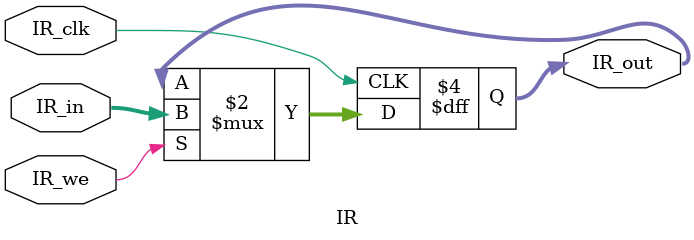
<source format=v>
module IR(
    input[7:0] IR_in,
	output[7:0] IR_out,
	input IR_we,IR_clk);

	reg[7:0] IR_out = 8'h00;
	 
	always @(posedge IR_clk)
	begin
    	IR_out <= IR_we ? IR_in : IR_out;
	end
endmodule
</source>
